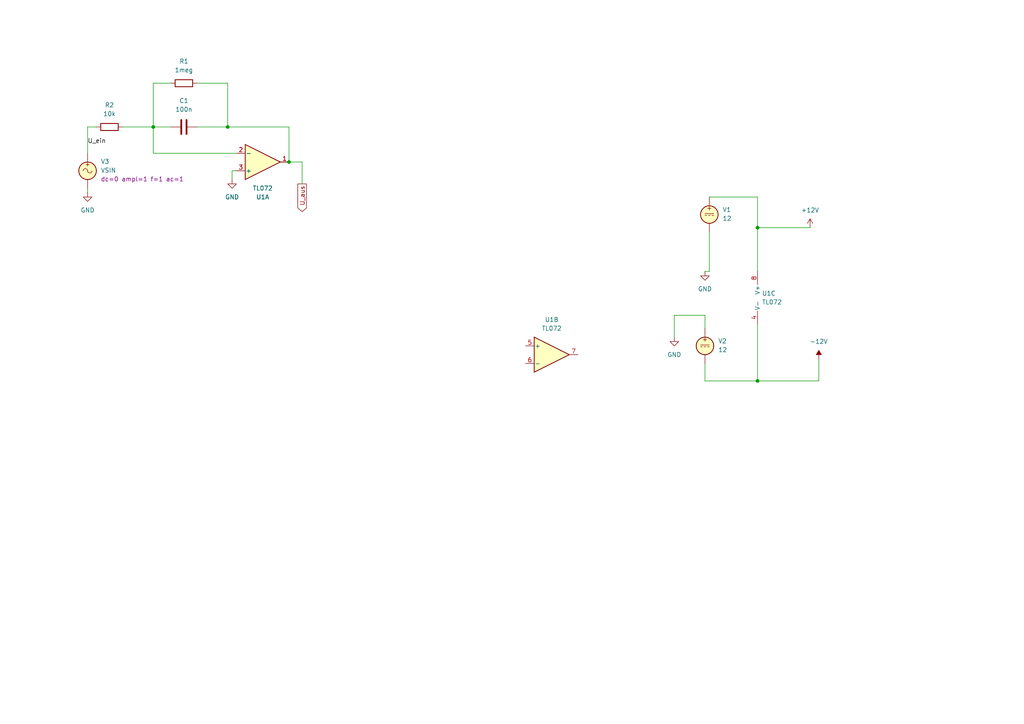
<source format=kicad_sch>
(kicad_sch (version 20230121) (generator eeschema)

  (uuid b35302b3-1aa5-424e-90db-f5cc7fa728aa)

  (paper "A4")

  (lib_symbols
    (symbol "Amplifier_Operational:TL072" (pin_names (offset 0.127)) (in_bom yes) (on_board yes)
      (property "Reference" "U" (at 0 5.08 0)
        (effects (font (size 1.27 1.27)) (justify left))
      )
      (property "Value" "TL072" (at 0 -5.08 0)
        (effects (font (size 1.27 1.27)) (justify left))
      )
      (property "Footprint" "" (at 0 0 0)
        (effects (font (size 1.27 1.27)) hide)
      )
      (property "Datasheet" "http://www.ti.com/lit/ds/symlink/tl071.pdf" (at 0 0 0)
        (effects (font (size 1.27 1.27)) hide)
      )
      (property "ki_locked" "" (at 0 0 0)
        (effects (font (size 1.27 1.27)))
      )
      (property "ki_keywords" "dual opamp" (at 0 0 0)
        (effects (font (size 1.27 1.27)) hide)
      )
      (property "ki_description" "Dual Low-Noise JFET-Input Operational Amplifiers, DIP-8/SOIC-8" (at 0 0 0)
        (effects (font (size 1.27 1.27)) hide)
      )
      (property "ki_fp_filters" "SOIC*3.9x4.9mm*P1.27mm* DIP*W7.62mm* TO*99* OnSemi*Micro8* TSSOP*3x3mm*P0.65mm* TSSOP*4.4x3mm*P0.65mm* MSOP*3x3mm*P0.65mm* SSOP*3.9x4.9mm*P0.635mm* LFCSP*2x2mm*P0.5mm* *SIP* SOIC*5.3x6.2mm*P1.27mm*" (at 0 0 0)
        (effects (font (size 1.27 1.27)) hide)
      )
      (symbol "TL072_1_1"
        (polyline
          (pts
            (xy -5.08 5.08)
            (xy 5.08 0)
            (xy -5.08 -5.08)
            (xy -5.08 5.08)
          )
          (stroke (width 0.254) (type default))
          (fill (type background))
        )
        (pin output line (at 7.62 0 180) (length 2.54)
          (name "~" (effects (font (size 1.27 1.27))))
          (number "1" (effects (font (size 1.27 1.27))))
        )
        (pin input line (at -7.62 -2.54 0) (length 2.54)
          (name "-" (effects (font (size 1.27 1.27))))
          (number "2" (effects (font (size 1.27 1.27))))
        )
        (pin input line (at -7.62 2.54 0) (length 2.54)
          (name "+" (effects (font (size 1.27 1.27))))
          (number "3" (effects (font (size 1.27 1.27))))
        )
      )
      (symbol "TL072_2_1"
        (polyline
          (pts
            (xy -5.08 5.08)
            (xy 5.08 0)
            (xy -5.08 -5.08)
            (xy -5.08 5.08)
          )
          (stroke (width 0.254) (type default))
          (fill (type background))
        )
        (pin input line (at -7.62 2.54 0) (length 2.54)
          (name "+" (effects (font (size 1.27 1.27))))
          (number "5" (effects (font (size 1.27 1.27))))
        )
        (pin input line (at -7.62 -2.54 0) (length 2.54)
          (name "-" (effects (font (size 1.27 1.27))))
          (number "6" (effects (font (size 1.27 1.27))))
        )
        (pin output line (at 7.62 0 180) (length 2.54)
          (name "~" (effects (font (size 1.27 1.27))))
          (number "7" (effects (font (size 1.27 1.27))))
        )
      )
      (symbol "TL072_3_1"
        (pin power_in line (at -2.54 -7.62 90) (length 3.81)
          (name "V-" (effects (font (size 1.27 1.27))))
          (number "4" (effects (font (size 1.27 1.27))))
        )
        (pin power_in line (at -2.54 7.62 270) (length 3.81)
          (name "V+" (effects (font (size 1.27 1.27))))
          (number "8" (effects (font (size 1.27 1.27))))
        )
      )
    )
    (symbol "Device:C" (pin_numbers hide) (pin_names (offset 0.254)) (in_bom yes) (on_board yes)
      (property "Reference" "C" (at 0.635 2.54 0)
        (effects (font (size 1.27 1.27)) (justify left))
      )
      (property "Value" "C" (at 0.635 -2.54 0)
        (effects (font (size 1.27 1.27)) (justify left))
      )
      (property "Footprint" "" (at 0.9652 -3.81 0)
        (effects (font (size 1.27 1.27)) hide)
      )
      (property "Datasheet" "~" (at 0 0 0)
        (effects (font (size 1.27 1.27)) hide)
      )
      (property "ki_keywords" "cap capacitor" (at 0 0 0)
        (effects (font (size 1.27 1.27)) hide)
      )
      (property "ki_description" "Unpolarized capacitor" (at 0 0 0)
        (effects (font (size 1.27 1.27)) hide)
      )
      (property "ki_fp_filters" "C_*" (at 0 0 0)
        (effects (font (size 1.27 1.27)) hide)
      )
      (symbol "C_0_1"
        (polyline
          (pts
            (xy -2.032 -0.762)
            (xy 2.032 -0.762)
          )
          (stroke (width 0.508) (type default))
          (fill (type none))
        )
        (polyline
          (pts
            (xy -2.032 0.762)
            (xy 2.032 0.762)
          )
          (stroke (width 0.508) (type default))
          (fill (type none))
        )
      )
      (symbol "C_1_1"
        (pin passive line (at 0 3.81 270) (length 2.794)
          (name "~" (effects (font (size 1.27 1.27))))
          (number "1" (effects (font (size 1.27 1.27))))
        )
        (pin passive line (at 0 -3.81 90) (length 2.794)
          (name "~" (effects (font (size 1.27 1.27))))
          (number "2" (effects (font (size 1.27 1.27))))
        )
      )
    )
    (symbol "Device:R" (pin_numbers hide) (pin_names (offset 0)) (in_bom yes) (on_board yes)
      (property "Reference" "R" (at 2.032 0 90)
        (effects (font (size 1.27 1.27)))
      )
      (property "Value" "R" (at 0 0 90)
        (effects (font (size 1.27 1.27)))
      )
      (property "Footprint" "" (at -1.778 0 90)
        (effects (font (size 1.27 1.27)) hide)
      )
      (property "Datasheet" "~" (at 0 0 0)
        (effects (font (size 1.27 1.27)) hide)
      )
      (property "ki_keywords" "R res resistor" (at 0 0 0)
        (effects (font (size 1.27 1.27)) hide)
      )
      (property "ki_description" "Resistor" (at 0 0 0)
        (effects (font (size 1.27 1.27)) hide)
      )
      (property "ki_fp_filters" "R_*" (at 0 0 0)
        (effects (font (size 1.27 1.27)) hide)
      )
      (symbol "R_0_1"
        (rectangle (start -1.016 -2.54) (end 1.016 2.54)
          (stroke (width 0.254) (type default))
          (fill (type none))
        )
      )
      (symbol "R_1_1"
        (pin passive line (at 0 3.81 270) (length 1.27)
          (name "~" (effects (font (size 1.27 1.27))))
          (number "1" (effects (font (size 1.27 1.27))))
        )
        (pin passive line (at 0 -3.81 90) (length 1.27)
          (name "~" (effects (font (size 1.27 1.27))))
          (number "2" (effects (font (size 1.27 1.27))))
        )
      )
    )
    (symbol "Simulation_SPICE:VDC" (pin_numbers hide) (pin_names (offset 0.0254)) (in_bom yes) (on_board yes)
      (property "Reference" "V" (at 2.54 2.54 0)
        (effects (font (size 1.27 1.27)) (justify left))
      )
      (property "Value" "1" (at 2.54 0 0)
        (effects (font (size 1.27 1.27)) (justify left))
      )
      (property "Footprint" "" (at 0 0 0)
        (effects (font (size 1.27 1.27)) hide)
      )
      (property "Datasheet" "~" (at 0 0 0)
        (effects (font (size 1.27 1.27)) hide)
      )
      (property "Sim.Pins" "1=+ 2=-" (at 0 0 0)
        (effects (font (size 1.27 1.27)) hide)
      )
      (property "Sim.Type" "DC" (at 0 0 0)
        (effects (font (size 1.27 1.27)) hide)
      )
      (property "Sim.Device" "V" (at 0 0 0)
        (effects (font (size 1.27 1.27)) (justify left) hide)
      )
      (property "ki_keywords" "simulation" (at 0 0 0)
        (effects (font (size 1.27 1.27)) hide)
      )
      (property "ki_description" "Voltage source, DC" (at 0 0 0)
        (effects (font (size 1.27 1.27)) hide)
      )
      (symbol "VDC_0_0"
        (polyline
          (pts
            (xy -1.27 0.254)
            (xy 1.27 0.254)
          )
          (stroke (width 0) (type default))
          (fill (type none))
        )
        (polyline
          (pts
            (xy -0.762 -0.254)
            (xy -1.27 -0.254)
          )
          (stroke (width 0) (type default))
          (fill (type none))
        )
        (polyline
          (pts
            (xy 0.254 -0.254)
            (xy -0.254 -0.254)
          )
          (stroke (width 0) (type default))
          (fill (type none))
        )
        (polyline
          (pts
            (xy 1.27 -0.254)
            (xy 0.762 -0.254)
          )
          (stroke (width 0) (type default))
          (fill (type none))
        )
        (text "+" (at 0 1.905 0)
          (effects (font (size 1.27 1.27)))
        )
      )
      (symbol "VDC_0_1"
        (circle (center 0 0) (radius 2.54)
          (stroke (width 0.254) (type default))
          (fill (type background))
        )
      )
      (symbol "VDC_1_1"
        (pin passive line (at 0 5.08 270) (length 2.54)
          (name "~" (effects (font (size 1.27 1.27))))
          (number "1" (effects (font (size 1.27 1.27))))
        )
        (pin passive line (at 0 -5.08 90) (length 2.54)
          (name "~" (effects (font (size 1.27 1.27))))
          (number "2" (effects (font (size 1.27 1.27))))
        )
      )
    )
    (symbol "Simulation_SPICE:VSIN" (pin_numbers hide) (pin_names (offset 0.0254)) (in_bom yes) (on_board yes)
      (property "Reference" "V" (at 2.54 2.54 0)
        (effects (font (size 1.27 1.27)) (justify left))
      )
      (property "Value" "VSIN" (at 2.54 0 0)
        (effects (font (size 1.27 1.27)) (justify left))
      )
      (property "Footprint" "" (at 0 0 0)
        (effects (font (size 1.27 1.27)) hide)
      )
      (property "Datasheet" "~" (at 0 0 0)
        (effects (font (size 1.27 1.27)) hide)
      )
      (property "Sim.Pins" "1=+ 2=-" (at 0 0 0)
        (effects (font (size 1.27 1.27)) hide)
      )
      (property "Sim.Params" "dc=0 ampl=1 f=1k ac=1" (at 2.54 -2.54 0)
        (effects (font (size 1.27 1.27)) (justify left))
      )
      (property "Sim.Type" "SIN" (at 0 0 0)
        (effects (font (size 1.27 1.27)) hide)
      )
      (property "Sim.Device" "V" (at 0 0 0)
        (effects (font (size 1.27 1.27)) (justify left) hide)
      )
      (property "ki_keywords" "simulation ac vac" (at 0 0 0)
        (effects (font (size 1.27 1.27)) hide)
      )
      (property "ki_description" "Voltage source, sinusoidal" (at 0 0 0)
        (effects (font (size 1.27 1.27)) hide)
      )
      (symbol "VSIN_0_0"
        (arc (start 0 0) (mid -0.635 0.6323) (end -1.27 0)
          (stroke (width 0) (type default))
          (fill (type none))
        )
        (arc (start 0 0) (mid 0.635 -0.6323) (end 1.27 0)
          (stroke (width 0) (type default))
          (fill (type none))
        )
        (text "+" (at 0 1.905 0)
          (effects (font (size 1.27 1.27)))
        )
      )
      (symbol "VSIN_0_1"
        (circle (center 0 0) (radius 2.54)
          (stroke (width 0.254) (type default))
          (fill (type background))
        )
      )
      (symbol "VSIN_1_1"
        (pin passive line (at 0 5.08 270) (length 2.54)
          (name "~" (effects (font (size 1.27 1.27))))
          (number "1" (effects (font (size 1.27 1.27))))
        )
        (pin passive line (at 0 -5.08 90) (length 2.54)
          (name "~" (effects (font (size 1.27 1.27))))
          (number "2" (effects (font (size 1.27 1.27))))
        )
      )
    )
    (symbol "power:+12V" (power) (pin_names (offset 0)) (in_bom yes) (on_board yes)
      (property "Reference" "#PWR" (at 0 -3.81 0)
        (effects (font (size 1.27 1.27)) hide)
      )
      (property "Value" "+12V" (at 0 3.556 0)
        (effects (font (size 1.27 1.27)))
      )
      (property "Footprint" "" (at 0 0 0)
        (effects (font (size 1.27 1.27)) hide)
      )
      (property "Datasheet" "" (at 0 0 0)
        (effects (font (size 1.27 1.27)) hide)
      )
      (property "ki_keywords" "global power" (at 0 0 0)
        (effects (font (size 1.27 1.27)) hide)
      )
      (property "ki_description" "Power symbol creates a global label with name \"+12V\"" (at 0 0 0)
        (effects (font (size 1.27 1.27)) hide)
      )
      (symbol "+12V_0_1"
        (polyline
          (pts
            (xy -0.762 1.27)
            (xy 0 2.54)
          )
          (stroke (width 0) (type default))
          (fill (type none))
        )
        (polyline
          (pts
            (xy 0 0)
            (xy 0 2.54)
          )
          (stroke (width 0) (type default))
          (fill (type none))
        )
        (polyline
          (pts
            (xy 0 2.54)
            (xy 0.762 1.27)
          )
          (stroke (width 0) (type default))
          (fill (type none))
        )
      )
      (symbol "+12V_1_1"
        (pin power_in line (at 0 0 90) (length 0) hide
          (name "+12V" (effects (font (size 1.27 1.27))))
          (number "1" (effects (font (size 1.27 1.27))))
        )
      )
    )
    (symbol "power:-12V" (power) (pin_names (offset 0)) (in_bom yes) (on_board yes)
      (property "Reference" "#PWR" (at 0 2.54 0)
        (effects (font (size 1.27 1.27)) hide)
      )
      (property "Value" "-12V" (at 0 3.81 0)
        (effects (font (size 1.27 1.27)))
      )
      (property "Footprint" "" (at 0 0 0)
        (effects (font (size 1.27 1.27)) hide)
      )
      (property "Datasheet" "" (at 0 0 0)
        (effects (font (size 1.27 1.27)) hide)
      )
      (property "ki_keywords" "global power" (at 0 0 0)
        (effects (font (size 1.27 1.27)) hide)
      )
      (property "ki_description" "Power symbol creates a global label with name \"-12V\"" (at 0 0 0)
        (effects (font (size 1.27 1.27)) hide)
      )
      (symbol "-12V_0_0"
        (pin power_in line (at 0 0 90) (length 0) hide
          (name "-12V" (effects (font (size 1.27 1.27))))
          (number "1" (effects (font (size 1.27 1.27))))
        )
      )
      (symbol "-12V_0_1"
        (polyline
          (pts
            (xy 0 0)
            (xy 0 1.27)
            (xy 0.762 1.27)
            (xy 0 2.54)
            (xy -0.762 1.27)
            (xy 0 1.27)
          )
          (stroke (width 0) (type default))
          (fill (type outline))
        )
      )
    )
    (symbol "power:GND" (power) (pin_names (offset 0)) (in_bom yes) (on_board yes)
      (property "Reference" "#PWR" (at 0 -6.35 0)
        (effects (font (size 1.27 1.27)) hide)
      )
      (property "Value" "GND" (at 0 -3.81 0)
        (effects (font (size 1.27 1.27)))
      )
      (property "Footprint" "" (at 0 0 0)
        (effects (font (size 1.27 1.27)) hide)
      )
      (property "Datasheet" "" (at 0 0 0)
        (effects (font (size 1.27 1.27)) hide)
      )
      (property "ki_keywords" "global power" (at 0 0 0)
        (effects (font (size 1.27 1.27)) hide)
      )
      (property "ki_description" "Power symbol creates a global label with name \"GND\" , ground" (at 0 0 0)
        (effects (font (size 1.27 1.27)) hide)
      )
      (symbol "GND_0_1"
        (polyline
          (pts
            (xy 0 0)
            (xy 0 -1.27)
            (xy 1.27 -1.27)
            (xy 0 -2.54)
            (xy -1.27 -1.27)
            (xy 0 -1.27)
          )
          (stroke (width 0) (type default))
          (fill (type none))
        )
      )
      (symbol "GND_1_1"
        (pin power_in line (at 0 0 270) (length 0) hide
          (name "GND" (effects (font (size 1.27 1.27))))
          (number "1" (effects (font (size 1.27 1.27))))
        )
      )
    )
  )

  (junction (at 83.82 46.99) (diameter 0) (color 0 0 0 0)
    (uuid 2f4c57e7-b8aa-412c-946d-335a3daeaf7a)
  )
  (junction (at 66.04 36.83) (diameter 0) (color 0 0 0 0)
    (uuid 7d00fe75-101e-4fa2-842c-7e26a484b9c2)
  )
  (junction (at 44.45 36.83) (diameter 0) (color 0 0 0 0)
    (uuid 85552932-a483-417b-b2cc-6ad1326e1b5a)
  )
  (junction (at 219.71 66.04) (diameter 0) (color 0 0 0 0)
    (uuid a5630828-7689-4b97-a0ad-d0b2cbc1a523)
  )
  (junction (at 219.71 110.49) (diameter 0) (color 0 0 0 0)
    (uuid dba356ba-c624-4718-bce8-7b455969f408)
  )

  (wire (pts (xy 219.71 93.98) (xy 219.71 110.49))
    (stroke (width 0) (type default))
    (uuid 0374a3cd-b30b-42fe-bfa6-82a1a93be16e)
  )
  (wire (pts (xy 219.71 66.04) (xy 219.71 78.74))
    (stroke (width 0) (type default))
    (uuid 08e8276b-d8a8-4b4e-843e-742a8d957748)
  )
  (wire (pts (xy 67.31 49.53) (xy 67.31 52.07))
    (stroke (width 0) (type default))
    (uuid 0e1db4fa-68ac-451b-a7b1-a98b9a750f3e)
  )
  (wire (pts (xy 205.74 67.31) (xy 205.74 78.74))
    (stroke (width 0) (type default))
    (uuid 136041ae-df53-4671-9d1f-ae0b41fb7523)
  )
  (wire (pts (xy 66.04 24.13) (xy 66.04 36.83))
    (stroke (width 0) (type default))
    (uuid 1b16ec24-d335-4afd-8fb9-da588aedc27b)
  )
  (wire (pts (xy 195.58 91.44) (xy 204.47 91.44))
    (stroke (width 0) (type default))
    (uuid 2bc31e9f-532f-4edf-ab21-dd20bca4504e)
  )
  (wire (pts (xy 68.58 49.53) (xy 67.31 49.53))
    (stroke (width 0) (type default))
    (uuid 3b7b47a6-b7a2-432a-b744-13c679e8a8a8)
  )
  (wire (pts (xy 25.4 44.45) (xy 25.4 36.83))
    (stroke (width 0) (type default))
    (uuid 3c050c3c-3a6d-4df6-b11d-12f26f6a8072)
  )
  (wire (pts (xy 87.63 53.34) (xy 87.63 46.99))
    (stroke (width 0) (type default))
    (uuid 3cb93c61-b4e5-4b93-94b7-df87113de55e)
  )
  (wire (pts (xy 25.4 36.83) (xy 27.94 36.83))
    (stroke (width 0) (type default))
    (uuid 53b6def5-4807-4f25-a564-30204320a457)
  )
  (wire (pts (xy 35.56 36.83) (xy 44.45 36.83))
    (stroke (width 0) (type default))
    (uuid 58a98d26-8cf3-4292-a1c0-ea92c23bb43a)
  )
  (wire (pts (xy 57.15 24.13) (xy 66.04 24.13))
    (stroke (width 0) (type default))
    (uuid 60c267a8-e138-459f-a704-e226f342a225)
  )
  (wire (pts (xy 219.71 57.15) (xy 219.71 66.04))
    (stroke (width 0) (type default))
    (uuid 75c60956-82c2-402f-b1e4-d6c1b1da5803)
  )
  (wire (pts (xy 204.47 105.41) (xy 204.47 110.49))
    (stroke (width 0) (type default))
    (uuid 86225915-d1ae-4d7e-bf66-20e72c478d37)
  )
  (wire (pts (xy 25.4 54.61) (xy 25.4 55.88))
    (stroke (width 0) (type default))
    (uuid 925a1746-652b-4398-9932-a5ff2c8cdd08)
  )
  (wire (pts (xy 44.45 24.13) (xy 44.45 36.83))
    (stroke (width 0) (type default))
    (uuid 9896c0c1-aa4d-402f-b7d4-20e3d5a76c60)
  )
  (wire (pts (xy 195.58 97.79) (xy 195.58 91.44))
    (stroke (width 0) (type default))
    (uuid 9ed1ace5-2d47-4584-b3cf-f0e5215a243b)
  )
  (wire (pts (xy 87.63 46.99) (xy 83.82 46.99))
    (stroke (width 0) (type default))
    (uuid 9f925df9-abac-4c77-b4ed-0489db8d138f)
  )
  (wire (pts (xy 237.49 104.14) (xy 237.49 110.49))
    (stroke (width 0) (type default))
    (uuid a20e497f-eef1-440f-abd8-b107816991c0)
  )
  (wire (pts (xy 204.47 110.49) (xy 219.71 110.49))
    (stroke (width 0) (type default))
    (uuid a78de50b-0997-4128-b16d-b166abfda587)
  )
  (wire (pts (xy 44.45 36.83) (xy 49.53 36.83))
    (stroke (width 0) (type default))
    (uuid ab2c6c6a-68d6-4436-bc0e-d14ab782e337)
  )
  (wire (pts (xy 205.74 57.15) (xy 219.71 57.15))
    (stroke (width 0) (type default))
    (uuid ac35b778-940f-4379-88cb-54147a366a3d)
  )
  (wire (pts (xy 83.82 46.99) (xy 83.82 36.83))
    (stroke (width 0) (type default))
    (uuid b24fd36d-2353-4c09-80b8-18baeedc5bb9)
  )
  (wire (pts (xy 205.74 78.74) (xy 204.47 78.74))
    (stroke (width 0) (type default))
    (uuid b320747e-9bb8-48a0-b5be-0eb7241b0347)
  )
  (wire (pts (xy 44.45 44.45) (xy 44.45 36.83))
    (stroke (width 0) (type default))
    (uuid bb799281-b2fe-4e16-a57b-fa6cbe35766d)
  )
  (wire (pts (xy 204.47 91.44) (xy 204.47 95.25))
    (stroke (width 0) (type default))
    (uuid c422abba-f4fe-4a37-a5a2-daa4b55517c3)
  )
  (wire (pts (xy 44.45 44.45) (xy 68.58 44.45))
    (stroke (width 0) (type default))
    (uuid ce47ed80-e280-4631-a831-388dcc4a1885)
  )
  (wire (pts (xy 234.95 66.04) (xy 219.71 66.04))
    (stroke (width 0) (type default))
    (uuid d686c4a6-2df3-47ac-9128-956411154f27)
  )
  (wire (pts (xy 66.04 36.83) (xy 83.82 36.83))
    (stroke (width 0) (type default))
    (uuid d692aeb2-00d8-43ab-a383-0a64304d78f8)
  )
  (wire (pts (xy 57.15 36.83) (xy 66.04 36.83))
    (stroke (width 0) (type default))
    (uuid dae1f0cd-0bdf-4fdb-b15e-f2a631d08960)
  )
  (wire (pts (xy 219.71 110.49) (xy 237.49 110.49))
    (stroke (width 0) (type default))
    (uuid ed191166-bb5f-43f8-996c-d9fac0bc879f)
  )
  (wire (pts (xy 49.53 24.13) (xy 44.45 24.13))
    (stroke (width 0) (type default))
    (uuid f3499c26-18ad-4952-a12b-f5ef847bc6b0)
  )

  (label "U_ein" (at 25.4 41.91 0) (fields_autoplaced)
    (effects (font (size 1.27 1.27)) (justify left bottom))
    (uuid 627bd73e-6d15-4c68-8243-0384d8915991)
  )

  (global_label "U_aus" (shape output) (at 87.63 53.34 270) (fields_autoplaced)
    (effects (font (size 1.27 1.27)) (justify right))
    (uuid e0eb98a4-4f6b-4158-97db-c02b11f7e634)
    (property "Intersheetrefs" "${INTERSHEET_REFS}" (at 87.63 61.9494 90)
      (effects (font (size 1.27 1.27)) (justify right) hide)
    )
  )

  (symbol (lib_id "Simulation_SPICE:VDC") (at 204.47 100.33 0) (unit 1)
    (in_bom yes) (on_board yes) (dnp no) (fields_autoplaced)
    (uuid 113d6512-223c-4c04-84dd-a3a850af6c4b)
    (property "Reference" "V2" (at 208.28 98.9302 0)
      (effects (font (size 1.27 1.27)) (justify left))
    )
    (property "Value" "12" (at 208.28 101.4702 0)
      (effects (font (size 1.27 1.27)) (justify left))
    )
    (property "Footprint" "" (at 204.47 100.33 0)
      (effects (font (size 1.27 1.27)) hide)
    )
    (property "Datasheet" "~" (at 204.47 100.33 0)
      (effects (font (size 1.27 1.27)) hide)
    )
    (property "Sim.Pins" "1=+ 2=-" (at 204.47 100.33 0)
      (effects (font (size 1.27 1.27)) hide)
    )
    (property "Sim.Type" "DC" (at 204.47 100.33 0)
      (effects (font (size 1.27 1.27)) hide)
    )
    (property "Sim.Device" "V" (at 204.47 100.33 0)
      (effects (font (size 1.27 1.27)) (justify left) hide)
    )
    (pin "2" (uuid c50c0891-4acc-43e3-9126-c78092b37a03))
    (pin "1" (uuid ff971652-b40c-4f81-a535-65d8ec67796c))
    (instances
      (project "3"
        (path "/b35302b3-1aa5-424e-90db-f5cc7fa728aa"
          (reference "V2") (unit 1)
        )
      )
    )
  )

  (symbol (lib_id "power:GND") (at 25.4 55.88 0) (unit 1)
    (in_bom yes) (on_board yes) (dnp no) (fields_autoplaced)
    (uuid 200a7fc5-ca17-4da0-8f9e-636af09fad05)
    (property "Reference" "#PWR03" (at 25.4 62.23 0)
      (effects (font (size 1.27 1.27)) hide)
    )
    (property "Value" "GND" (at 25.4 60.96 0)
      (effects (font (size 1.27 1.27)))
    )
    (property "Footprint" "" (at 25.4 55.88 0)
      (effects (font (size 1.27 1.27)) hide)
    )
    (property "Datasheet" "" (at 25.4 55.88 0)
      (effects (font (size 1.27 1.27)) hide)
    )
    (pin "1" (uuid 423e5fab-fb73-4a20-b68d-fbbada6a34b8))
    (instances
      (project "3"
        (path "/b35302b3-1aa5-424e-90db-f5cc7fa728aa"
          (reference "#PWR03") (unit 1)
        )
      )
    )
  )

  (symbol (lib_id "Device:R") (at 53.34 24.13 90) (unit 1)
    (in_bom yes) (on_board yes) (dnp no) (fields_autoplaced)
    (uuid 20d11dba-40dc-4ac5-8c5f-8b7b4e8c8b39)
    (property "Reference" "R1" (at 53.34 17.78 90)
      (effects (font (size 1.27 1.27)))
    )
    (property "Value" "1meg" (at 53.34 20.32 90)
      (effects (font (size 1.27 1.27)))
    )
    (property "Footprint" "" (at 53.34 25.908 90)
      (effects (font (size 1.27 1.27)) hide)
    )
    (property "Datasheet" "~" (at 53.34 24.13 0)
      (effects (font (size 1.27 1.27)) hide)
    )
    (pin "2" (uuid d103e0d3-4030-49a4-a2c9-e2ed626cc660))
    (pin "1" (uuid a5fac6ce-2488-4951-a542-5481ffdfa56b))
    (instances
      (project "3"
        (path "/b35302b3-1aa5-424e-90db-f5cc7fa728aa"
          (reference "R1") (unit 1)
        )
      )
    )
  )

  (symbol (lib_id "Simulation_SPICE:VDC") (at 205.74 62.23 0) (unit 1)
    (in_bom yes) (on_board yes) (dnp no) (fields_autoplaced)
    (uuid 23ab169e-d387-4e2d-9a48-003cdab5503c)
    (property "Reference" "V1" (at 209.55 60.8302 0)
      (effects (font (size 1.27 1.27)) (justify left))
    )
    (property "Value" "12" (at 209.55 63.3702 0)
      (effects (font (size 1.27 1.27)) (justify left))
    )
    (property "Footprint" "" (at 205.74 62.23 0)
      (effects (font (size 1.27 1.27)) hide)
    )
    (property "Datasheet" "~" (at 205.74 62.23 0)
      (effects (font (size 1.27 1.27)) hide)
    )
    (property "Sim.Pins" "1=+ 2=-" (at 205.74 62.23 0)
      (effects (font (size 1.27 1.27)) hide)
    )
    (property "Sim.Type" "DC" (at 205.74 62.23 0)
      (effects (font (size 1.27 1.27)) hide)
    )
    (property "Sim.Device" "V" (at 205.74 62.23 0)
      (effects (font (size 1.27 1.27)) (justify left) hide)
    )
    (pin "2" (uuid aad311b6-7f47-49f5-952a-e818f5713edc))
    (pin "1" (uuid 72290c95-1fa9-4dab-b990-6d8fd493df53))
    (instances
      (project "3"
        (path "/b35302b3-1aa5-424e-90db-f5cc7fa728aa"
          (reference "V1") (unit 1)
        )
      )
    )
  )

  (symbol (lib_id "Device:C") (at 53.34 36.83 90) (unit 1)
    (in_bom yes) (on_board yes) (dnp no) (fields_autoplaced)
    (uuid 3c4798b9-0895-4048-b10d-edcfbedb78d3)
    (property "Reference" "C1" (at 53.34 29.21 90)
      (effects (font (size 1.27 1.27)))
    )
    (property "Value" "100n" (at 53.34 31.75 90)
      (effects (font (size 1.27 1.27)))
    )
    (property "Footprint" "" (at 57.15 35.8648 0)
      (effects (font (size 1.27 1.27)) hide)
    )
    (property "Datasheet" "~" (at 53.34 36.83 0)
      (effects (font (size 1.27 1.27)) hide)
    )
    (pin "2" (uuid 1baef556-7191-4af3-8f29-8511ffc86858))
    (pin "1" (uuid 7482db6f-4d08-4a66-8e5a-e2d5a544c3b1))
    (instances
      (project "3"
        (path "/b35302b3-1aa5-424e-90db-f5cc7fa728aa"
          (reference "C1") (unit 1)
        )
      )
    )
  )

  (symbol (lib_id "Amplifier_Operational:TL072") (at 222.25 86.36 0) (unit 3)
    (in_bom yes) (on_board yes) (dnp no) (fields_autoplaced)
    (uuid 406a98c9-331b-447b-b8d3-23bd0edcc3c0)
    (property "Reference" "U1" (at 220.98 85.09 0)
      (effects (font (size 1.27 1.27)) (justify left))
    )
    (property "Value" "TL072" (at 220.98 87.63 0)
      (effects (font (size 1.27 1.27)) (justify left))
    )
    (property "Footprint" "" (at 222.25 86.36 0)
      (effects (font (size 1.27 1.27)) hide)
    )
    (property "Datasheet" "http://www.ti.com/lit/ds/symlink/tl071.pdf" (at 222.25 86.36 0)
      (effects (font (size 1.27 1.27)) hide)
    )
    (property "Sim.Library" "TL072-dual.lib" (at 222.25 86.36 0)
      (effects (font (size 1.27 1.27)) hide)
    )
    (property "Sim.Name" "TL072c" (at 222.25 86.36 0)
      (effects (font (size 1.27 1.27)) hide)
    )
    (property "Sim.Device" "SUBCKT" (at 222.25 86.36 0)
      (effects (font (size 1.27 1.27)) hide)
    )
    (property "Sim.Pins" "1=1out 2=1in- 3=1in+ 4=vcc- 5=2in+ 6=2in- 7=2out 8=vcc+" (at 222.25 86.36 0)
      (effects (font (size 1.27 1.27)) hide)
    )
    (pin "1" (uuid 4656fd70-2ca1-49ec-9f89-156c6fbe8875))
    (pin "6" (uuid 66a902a4-9b01-46de-9f50-c96184fd7914))
    (pin "4" (uuid edecfdde-6efa-4657-8c48-24a746d61dfe))
    (pin "3" (uuid b467f47e-a94f-48f3-bfa9-10981c35931b))
    (pin "2" (uuid 4c86c15a-29ab-427c-9fdf-c10e912adc12))
    (pin "5" (uuid 01d2a251-e2ca-4137-97ff-c60209863518))
    (pin "8" (uuid 4af78e3b-c301-4034-bb4a-f9e4278a45a6))
    (pin "7" (uuid 86a2f517-de06-400b-9888-a463ad573733))
    (instances
      (project "3"
        (path "/b35302b3-1aa5-424e-90db-f5cc7fa728aa"
          (reference "U1") (unit 3)
        )
      )
    )
  )

  (symbol (lib_id "Amplifier_Operational:TL072") (at 76.2 46.99 0) (mirror x) (unit 1)
    (in_bom yes) (on_board yes) (dnp no)
    (uuid 4ecd0a30-07e8-4620-81fb-ddcd394adb37)
    (property "Reference" "U1" (at 76.2 57.15 0)
      (effects (font (size 1.27 1.27)))
    )
    (property "Value" "TL072" (at 76.2 54.61 0)
      (effects (font (size 1.27 1.27)))
    )
    (property "Footprint" "" (at 76.2 46.99 0)
      (effects (font (size 1.27 1.27)) hide)
    )
    (property "Datasheet" "http://www.ti.com/lit/ds/symlink/tl071.pdf" (at 76.2 46.99 0)
      (effects (font (size 1.27 1.27)) hide)
    )
    (property "Sim.Library" "TL072-dual.lib" (at 76.2 46.99 0)
      (effects (font (size 1.27 1.27)) hide)
    )
    (property "Sim.Name" "TL072c" (at 76.2 46.99 0)
      (effects (font (size 1.27 1.27)) hide)
    )
    (property "Sim.Device" "SUBCKT" (at 76.2 46.99 0)
      (effects (font (size 1.27 1.27)) hide)
    )
    (property "Sim.Pins" "1=1out 2=1in- 3=1in+ 4=vcc- 5=2in+ 6=2in- 7=2out 8=vcc+" (at 76.2 46.99 0)
      (effects (font (size 1.27 1.27)) hide)
    )
    (pin "1" (uuid 4656fd70-2ca1-49ec-9f89-156c6fbe8876))
    (pin "6" (uuid 66a902a4-9b01-46de-9f50-c96184fd7915))
    (pin "4" (uuid edecfdde-6efa-4657-8c48-24a746d61dff))
    (pin "3" (uuid b467f47e-a94f-48f3-bfa9-10981c35931c))
    (pin "2" (uuid 4c86c15a-29ab-427c-9fdf-c10e912adc13))
    (pin "5" (uuid 01d2a251-e2ca-4137-97ff-c60209863519))
    (pin "8" (uuid 4af78e3b-c301-4034-bb4a-f9e4278a45a7))
    (pin "7" (uuid 86a2f517-de06-400b-9888-a463ad573734))
    (instances
      (project "3"
        (path "/b35302b3-1aa5-424e-90db-f5cc7fa728aa"
          (reference "U1") (unit 1)
        )
      )
    )
  )

  (symbol (lib_id "power:GND") (at 195.58 97.79 0) (unit 1)
    (in_bom yes) (on_board yes) (dnp no) (fields_autoplaced)
    (uuid 53d49d62-da46-4d8c-9050-9238e6d0a4b7)
    (property "Reference" "#PWR05" (at 195.58 104.14 0)
      (effects (font (size 1.27 1.27)) hide)
    )
    (property "Value" "GND" (at 195.58 102.87 0)
      (effects (font (size 1.27 1.27)))
    )
    (property "Footprint" "" (at 195.58 97.79 0)
      (effects (font (size 1.27 1.27)) hide)
    )
    (property "Datasheet" "" (at 195.58 97.79 0)
      (effects (font (size 1.27 1.27)) hide)
    )
    (pin "1" (uuid 30dbd14b-1221-4321-8b39-98df422cbe2f))
    (instances
      (project "3"
        (path "/b35302b3-1aa5-424e-90db-f5cc7fa728aa"
          (reference "#PWR05") (unit 1)
        )
      )
    )
  )

  (symbol (lib_id "Device:R") (at 31.75 36.83 90) (unit 1)
    (in_bom yes) (on_board yes) (dnp no) (fields_autoplaced)
    (uuid 66747895-0d41-4bd1-af98-a77d352ef739)
    (property "Reference" "R2" (at 31.75 30.48 90)
      (effects (font (size 1.27 1.27)))
    )
    (property "Value" "10k" (at 31.75 33.02 90)
      (effects (font (size 1.27 1.27)))
    )
    (property "Footprint" "" (at 31.75 38.608 90)
      (effects (font (size 1.27 1.27)) hide)
    )
    (property "Datasheet" "~" (at 31.75 36.83 0)
      (effects (font (size 1.27 1.27)) hide)
    )
    (pin "2" (uuid b097846e-f81d-47d4-a785-57fc61dfd2a3))
    (pin "1" (uuid 22f2c4fa-1140-41bf-b6af-fe590be905f1))
    (instances
      (project "3"
        (path "/b35302b3-1aa5-424e-90db-f5cc7fa728aa"
          (reference "R2") (unit 1)
        )
      )
    )
  )

  (symbol (lib_id "power:+12V") (at 234.95 66.04 0) (unit 1)
    (in_bom yes) (on_board yes) (dnp no) (fields_autoplaced)
    (uuid 6f08f0cf-0e4c-4a64-bdf3-d28228caa667)
    (property "Reference" "#PWR01" (at 234.95 69.85 0)
      (effects (font (size 1.27 1.27)) hide)
    )
    (property "Value" "+12V" (at 234.95 60.96 0)
      (effects (font (size 1.27 1.27)))
    )
    (property "Footprint" "" (at 234.95 66.04 0)
      (effects (font (size 1.27 1.27)) hide)
    )
    (property "Datasheet" "" (at 234.95 66.04 0)
      (effects (font (size 1.27 1.27)) hide)
    )
    (pin "1" (uuid 139727b0-27db-4eed-8c8f-b0789fff1be8))
    (instances
      (project "3"
        (path "/b35302b3-1aa5-424e-90db-f5cc7fa728aa"
          (reference "#PWR01") (unit 1)
        )
      )
    )
  )

  (symbol (lib_id "power:-12V") (at 237.49 104.14 0) (unit 1)
    (in_bom yes) (on_board yes) (dnp no) (fields_autoplaced)
    (uuid 9e8a99e9-dd9f-4416-8099-b15e4ff9d81a)
    (property "Reference" "#PWR02" (at 237.49 101.6 0)
      (effects (font (size 1.27 1.27)) hide)
    )
    (property "Value" "-12V" (at 237.49 99.06 0)
      (effects (font (size 1.27 1.27)))
    )
    (property "Footprint" "" (at 237.49 104.14 0)
      (effects (font (size 1.27 1.27)) hide)
    )
    (property "Datasheet" "" (at 237.49 104.14 0)
      (effects (font (size 1.27 1.27)) hide)
    )
    (pin "1" (uuid 3a34caca-e684-4f6e-93c2-34a3382457be))
    (instances
      (project "3"
        (path "/b35302b3-1aa5-424e-90db-f5cc7fa728aa"
          (reference "#PWR02") (unit 1)
        )
      )
    )
  )

  (symbol (lib_id "Amplifier_Operational:TL072") (at 160.02 102.87 0) (unit 2)
    (in_bom yes) (on_board yes) (dnp no) (fields_autoplaced)
    (uuid a91e533b-b755-4be1-8f13-aeb2aaedf36b)
    (property "Reference" "U1" (at 160.02 92.71 0)
      (effects (font (size 1.27 1.27)))
    )
    (property "Value" "TL072" (at 160.02 95.25 0)
      (effects (font (size 1.27 1.27)))
    )
    (property "Footprint" "" (at 160.02 102.87 0)
      (effects (font (size 1.27 1.27)) hide)
    )
    (property "Datasheet" "http://www.ti.com/lit/ds/symlink/tl071.pdf" (at 160.02 102.87 0)
      (effects (font (size 1.27 1.27)) hide)
    )
    (property "Sim.Library" "TL072-dual.lib" (at 160.02 102.87 0)
      (effects (font (size 1.27 1.27)) hide)
    )
    (property "Sim.Name" "TL072c" (at 160.02 102.87 0)
      (effects (font (size 1.27 1.27)) hide)
    )
    (property "Sim.Device" "SUBCKT" (at 160.02 102.87 0)
      (effects (font (size 1.27 1.27)) hide)
    )
    (property "Sim.Pins" "1=1out 2=1in- 3=1in+ 4=vcc- 5=2in+ 6=2in- 7=2out 8=vcc+" (at 160.02 102.87 0)
      (effects (font (size 1.27 1.27)) hide)
    )
    (pin "1" (uuid 4656fd70-2ca1-49ec-9f89-156c6fbe8877))
    (pin "6" (uuid 66a902a4-9b01-46de-9f50-c96184fd7916))
    (pin "4" (uuid edecfdde-6efa-4657-8c48-24a746d61e00))
    (pin "3" (uuid b467f47e-a94f-48f3-bfa9-10981c35931d))
    (pin "2" (uuid 4c86c15a-29ab-427c-9fdf-c10e912adc14))
    (pin "5" (uuid 01d2a251-e2ca-4137-97ff-c6020986351a))
    (pin "8" (uuid 4af78e3b-c301-4034-bb4a-f9e4278a45a8))
    (pin "7" (uuid 86a2f517-de06-400b-9888-a463ad573735))
    (instances
      (project "3"
        (path "/b35302b3-1aa5-424e-90db-f5cc7fa728aa"
          (reference "U1") (unit 2)
        )
      )
    )
  )

  (symbol (lib_id "power:GND") (at 67.31 52.07 0) (unit 1)
    (in_bom yes) (on_board yes) (dnp no) (fields_autoplaced)
    (uuid bd0e8c65-1625-41e6-97c4-d5a58093fd48)
    (property "Reference" "#PWR06" (at 67.31 58.42 0)
      (effects (font (size 1.27 1.27)) hide)
    )
    (property "Value" "GND" (at 67.31 57.15 0)
      (effects (font (size 1.27 1.27)))
    )
    (property "Footprint" "" (at 67.31 52.07 0)
      (effects (font (size 1.27 1.27)) hide)
    )
    (property "Datasheet" "" (at 67.31 52.07 0)
      (effects (font (size 1.27 1.27)) hide)
    )
    (pin "1" (uuid 81ecb59a-50f0-4a94-889b-f82fa33800f1))
    (instances
      (project "3"
        (path "/b35302b3-1aa5-424e-90db-f5cc7fa728aa"
          (reference "#PWR06") (unit 1)
        )
      )
    )
  )

  (symbol (lib_id "Simulation_SPICE:VSIN") (at 25.4 49.53 0) (unit 1)
    (in_bom yes) (on_board yes) (dnp no) (fields_autoplaced)
    (uuid d756fa81-02dd-4360-96e5-c7e0da222d31)
    (property "Reference" "V3" (at 29.21 46.8602 0)
      (effects (font (size 1.27 1.27)) (justify left))
    )
    (property "Value" "VSIN" (at 29.21 49.4002 0)
      (effects (font (size 1.27 1.27)) (justify left))
    )
    (property "Footprint" "" (at 25.4 49.53 0)
      (effects (font (size 1.27 1.27)) hide)
    )
    (property "Datasheet" "~" (at 25.4 49.53 0)
      (effects (font (size 1.27 1.27)) hide)
    )
    (property "Sim.Pins" "1=+ 2=-" (at 25.4 49.53 0)
      (effects (font (size 1.27 1.27)) hide)
    )
    (property "Sim.Params" "dc=0 ampl=1 f=1 ac=1" (at 29.21 51.9402 0)
      (effects (font (size 1.27 1.27)) (justify left))
    )
    (property "Sim.Type" "SIN" (at 25.4 49.53 0)
      (effects (font (size 1.27 1.27)) hide)
    )
    (property "Sim.Device" "V" (at 25.4 49.53 0)
      (effects (font (size 1.27 1.27)) (justify left) hide)
    )
    (pin "1" (uuid 355521e9-cd74-4ba5-8e47-a4df6a10727b))
    (pin "2" (uuid d55e4e70-6b38-424a-aef6-89b4c6f95929))
    (instances
      (project "3"
        (path "/b35302b3-1aa5-424e-90db-f5cc7fa728aa"
          (reference "V3") (unit 1)
        )
      )
    )
  )

  (symbol (lib_id "power:GND") (at 204.47 78.74 0) (unit 1)
    (in_bom yes) (on_board yes) (dnp no) (fields_autoplaced)
    (uuid daae4f23-4cc1-464a-a862-54e6d3ed0061)
    (property "Reference" "#PWR04" (at 204.47 85.09 0)
      (effects (font (size 1.27 1.27)) hide)
    )
    (property "Value" "GND" (at 204.47 83.82 0)
      (effects (font (size 1.27 1.27)))
    )
    (property "Footprint" "" (at 204.47 78.74 0)
      (effects (font (size 1.27 1.27)) hide)
    )
    (property "Datasheet" "" (at 204.47 78.74 0)
      (effects (font (size 1.27 1.27)) hide)
    )
    (pin "1" (uuid 3864f366-7af5-4c59-a7e1-25b1db748aac))
    (instances
      (project "3"
        (path "/b35302b3-1aa5-424e-90db-f5cc7fa728aa"
          (reference "#PWR04") (unit 1)
        )
      )
    )
  )

  (sheet_instances
    (path "/" (page "1"))
  )
)

</source>
